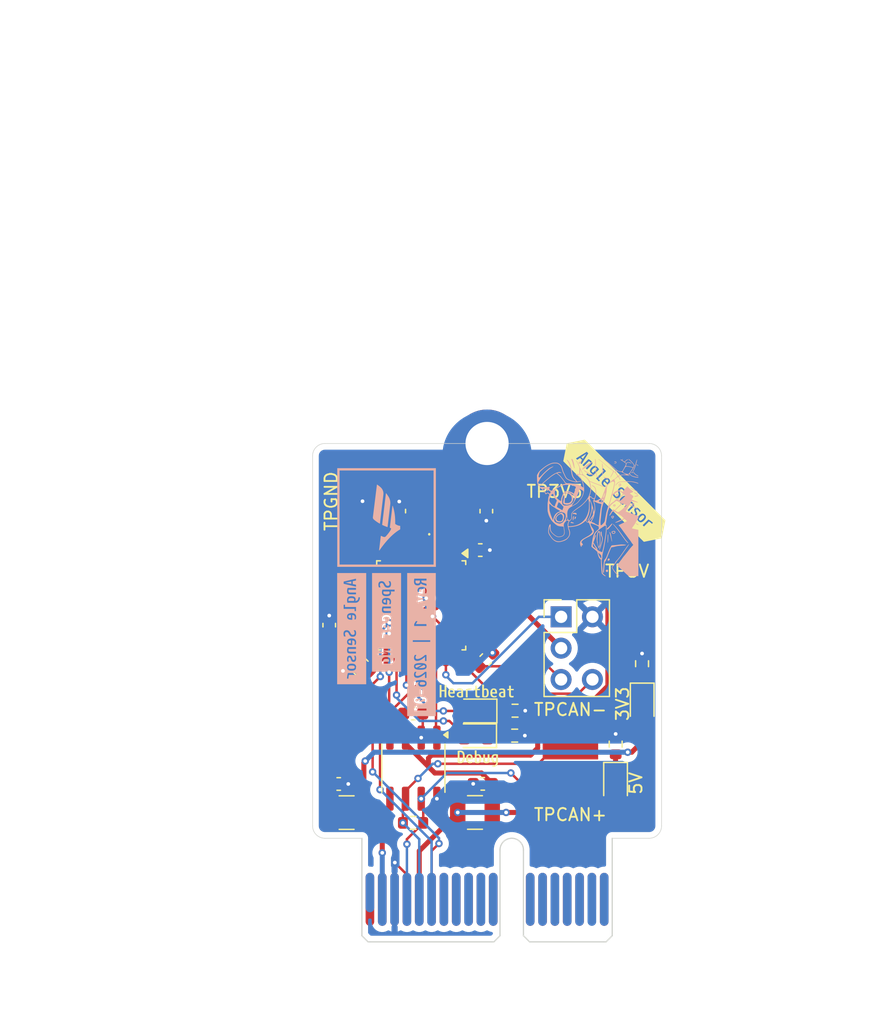
<source format=kicad_pcb>
(kicad_pcb (version 20241229) (generator "pcbnew") (generator_version "9.0")
  (layers (0 "F.Cu" jumper) (2 "B.Cu" signal) (13 "F.Paste" user) (15 "B.Paste" user) (5 "F.SilkS" user "F.Silkscreen") (7 "B.SilkS" user "B.Silkscreen") (1 "F.Mask" user) (3 "B.Mask" user) (25 "Edge.Cuts" user))
  (net 0 "")
  (net 1 "GND")
  (net 2 "+5V")
  (net 3 "Net-(U2-PF1-OSC_OUT)")
  (net 4 "+3V3")
  (net 5 "/NRST")
  (net 6 "Net-(U2-PF0-OSC_IN)")
  (net 7 "Net-(D3-A)")
  (net 8 "Net-(D3-K)")
  (net 9 "/SWDIO")
  (net 10 "/SWCLK")
  (net 11 "/CAN_+")
  (net 12 "/CAN_-")
  (net 13 "/CAN_RX")
  (net 14 "/CAN_TX")
  (net 15 "/Status_Signal_Input")
  (net 16 "/DEBUG_LED")
  (net 25 "/PWM_Input")
  (net 33 "/HEARTBEAT_LED")
  (net 34 "Net-(D1-K)")
  (net 35 "Net-(D2-K)")
  (net 65 "Net-(D4-A)")
  (net 66 "Net-(D4-K)")
  (footprint "OEM:C_0603_1608Metric" (layer "F.Cu") (at 116.699999 84.525 90)
    (property "Reference" "C6" (hide yes))
    (property "Value" "C_1uF_50V")
    (pad "1" smd roundrect (at -0.775 0 90) (size 0.9 0.95) (layers "F.Cu" "F.Mask" "F.Paste") (net 4 "+3V3"))
    (pad "2" smd roundrect (at 0.775 0 90) (size 0.9 0.95) (layers "F.Cu" "F.Mask" "F.Paste") (net 1 "GND"))
  )
  (footprint "OEM:R_0603_1608Metric" (layer "F.Cu") (at 142.07 87.65 90)
    (property "Reference" "R1" (hide yes))
    (property "Value" "R_1k")
    (pad "1" smd roundrect (at -0.825 0 90) (size 0.8 0.95) (layers "F.Cu" "F.Mask" "F.Paste") (net 8 "Net-(D3-K)"))
    (pad "2" smd roundrect (at 0.825 0 90) (size 0.8 0.95) (layers "F.Cu" "F.Mask" "F.Paste") (net 1 "GND"))
  )
  (footprint "OEM:D_0805_2012Metric" (layer "F.Cu") (at 139.92 97.34 -90)
    (property "Reference" "5V" (at 0 -1.65 90) (layer "F.SilkS"))
    (property "Value" "LED_WHITE")
    (pad "1" smd roundrect (at -0.937501 0 270) (size 0.975 1.4) (layers "F.Cu" "F.Mask" "F.Paste") (net 66 "Net-(D4-K)"))
    (pad "2" smd roundrect (at 0.937501 0 270) (size 0.975 1.4) (layers "F.Cu" "F.Mask" "F.Paste") (net 65 "Net-(D4-A)"))
  )
  (footprint "OEM:TP_Hook_SMD" (layer "F.Cu") (at 136.26 93.91 180)
    (property "Reference" "TPCAN-" (at 0 2.54 0) (layer "F.SilkS"))
    (property "Value" "TP_SMD")
    (pad "1" smd rect (at 0 0 180) (size 4.5 3) (layers "F.Cu" "F.Mask" "F.Paste") (net 12 "/CAN_-"))
  )
  (footprint "OEM:C_0603_1608Metric" (layer "F.Cu") (at 117.47 97.4)
    (property "Reference" "C10" (hide yes))
    (property "Value" "C_10uF_10V")
    (pad "1" smd roundrect (at -0.775 0) (size 0.9 0.95) (layers "F.Cu" "F.Mask" "F.Paste") (net 4 "+3V3"))
    (pad "2" smd roundrect (at 0.775 0) (size 0.9 0.95) (layers "F.Cu" "F.Mask" "F.Paste") (net 1 "GND"))
  )
  (footprint "OEM:LQFP-32_7x7mm_P0.8mm" (layer "F.Cu") (at 124.16 82.92 -90)
    (property "Reference" "U2" (hide yes))
    (property "Value" "STM32G441KBT6")
    (pad "1" smd roundrect (at -4.175 -2.8 270) (size 1.5 0.5) (layers "F.Cu" "F.Mask" "F.Paste") (net 4 "+3V3"))
    (pad "2" smd roundrect (at -4.175 -2 270) (size 1.5 0.5) (layers "F.Cu" "F.Mask" "F.Paste") (net 6 "Net-(U2-PF0-OSC_IN)"))
    (pad "3" smd roundrect (at -4.175 -1.2 270) (size 1.5 0.5) (layers "F.Cu" "F.Mask" "F.Paste") (net 3 "Net-(U2-PF1-OSC_OUT)"))
    (pad "4" smd roundrect (at -4.175 -0.4 270) (size 1.5 0.5) (layers "F.Cu" "F.Mask" "F.Paste") (net 5 "/NRST"))
    (pad "5" smd roundrect (at -4.175 0.4 270) (size 1.5 0.5) (layers "F.Cu" "F.Mask" "F.Paste") (net 25 "/PWM_Input"))
    (pad "6" smd roundrect (at -4.175 1.2 270) (size 1.5 0.5) (layers "F.Cu" "F.Mask" "F.Paste") (net 15 "/Status_Signal_Input"))
    (pad "7" smd roundrect (at -4.175 2 270) (size 1.5 0.5) (layers "F.Cu" "F.Mask" "F.Paste"))
    (pad "8" smd roundrect (at -4.175 2.8 270) (size 1.5 0.5) (layers "F.Cu" "F.Mask" "F.Paste"))
    (pad "9" smd roundrect (at -2.8 4.175 270) (size 0.5 1.5) (layers "F.Cu" "F.Mask" "F.Paste"))
    (pad "10" smd roundrect (at -2 4.175 270) (size 0.5 1.5) (layers "F.Cu" "F.Mask" "F.Paste"))
    (pad "11" smd roundrect (at -1.2 4.175 270) (size 0.5 1.5) (layers "F.Cu" "F.Mask" "F.Paste"))
    (pad "12" smd roundrect (at -0.4 4.175 270) (size 0.5 1.5) (layers "F.Cu" "F.Mask" "F.Paste"))
    (pad "13" smd roundrect (at 0.4 4.175 270) (size 0.5 1.5) (layers "F.Cu" "F.Mask" "F.Paste"))
    (pad "14" smd roundrect (at 1.2 4.175 270) (size 0.5 1.5) (layers "F.Cu" "F.Mask" "F.Paste") (net 1 "GND"))
    (pad "15" smd roundrect (at 2 4.175 270) (size 0.5 1.5) (layers "F.Cu" "F.Mask" "F.Paste") (net 4 "+3V3"))
    (pad "16" smd roundrect (at 2.8 4.175 270) (size 0.5 1.5) (layers "F.Cu" "F.Mask" "F.Paste") (net 1 "GND"))
    (pad "17" smd roundrect (at 4.175 2.8 270) (size 1.5 0.5) (layers "F.Cu" "F.Mask" "F.Paste") (net 4 "+3V3"))
    (pad "18" smd roundrect (at 4.175 2 270) (size 1.5 0.5) (layers "F.Cu" "F.Mask" "F.Paste") (net 16 "/DEBUG_LED"))
    (pad "19" smd roundrect (at 4.175 1.2 270) (size 1.5 0.5) (layers "F.Cu" "F.Mask" "F.Paste") (net 33 "/HEARTBEAT_LED"))
    (pad "20" smd roundrect (at 4.175 0.4 270) (size 1.5 0.5) (layers "F.Cu" "F.Mask" "F.Paste"))
    (pad "21" smd roundrect (at 4.175 -0.4 270) (size 1.5 0.5) (layers "F.Cu" "F.Mask" "F.Paste") (net 13 "/CAN_RX"))
    (pad "22" smd roundrect (at 4.175 -1.2 270) (size 1.5 0.5) (layers "F.Cu" "F.Mask" "F.Paste") (net 14 "/CAN_TX"))
    (pad "23" smd roundrect (at 4.175 -2 270) (size 1.5 0.5) (layers "F.Cu" "F.Mask" "F.Paste") (net 9 "/SWDIO"))
    (pad "24" smd roundrect (at 4.175 -2.8 270) (size 1.5 0.5) (layers "F.Cu" "F.Mask" "F.Paste") (net 10 "/SWCLK"))
    (pad "25" smd roundrect (at 2.8 -4.175 270) (size 0.5 1.5) (layers "F.Cu" "F.Mask" "F.Paste"))
    (pad "26" smd roundrect (at 2 -4.175 270) (size 0.5 1.5) (layers "F.Cu" "F.Mask" "F.Paste"))
    (pad "27" smd roundrect (at 1.2 -4.175 270) (size 0.5 1.5) (layers "F.Cu" "F.Mask" "F.Paste"))
    (pad "28" smd roundrect (at 0.4 -4.175 270) (size 0.5 1.5) (layers "F.Cu" "F.Mask" "F.Paste"))
    (pad "29" smd roundrect (at -0.4 -4.175 270) (size 0.5 1.5) (layers "F.Cu" "F.Mask" "F.Paste"))
    (pad "30" smd roundrect (at -1.2 -4.175 270) (size 0.5 1.5) (layers "F.Cu" "F.Mask" "F.Paste"))
    (pad "31" smd roundrect (at -2 -4.175 270) (size 0.5 1.5) (layers "F.Cu" "F.Mask" "F.Paste"))
    (pad "32" smd roundrect (at -2.8 -4.175 270) (size 0.5 1.5) (layers "F.Cu" "F.Mask" "F.Paste") (net 1 "GND"))
  )
  (footprint "OEM:J_PCIe_x1_Key" (layer "F.Cu") (at 120 106.75)
    (property "Reference" "J1" (hide yes))
    (property "Value" "J_PCIe_x1")
    (fp_line (start -0.65 -4.95) (end -0.65 2.95) (stroke (width 0.1)) (layer "Edge.Cuts"))
    (fp_line (start -0.65 2.95) (end -0.15 3.45) (stroke (width 0.1)) (layer "Edge.Cuts"))
    (fp_line (start -0.15 3.45) (end 10.05 3.45) (stroke (width 0.1)) (layer "Edge.Cuts"))
    (fp_line (start 10.55 -4) (end 10.55 2.95) (stroke (width 0.1)) (layer "Edge.Cuts"))
    (fp_line (start 10.55 2.95) (end 10.05 3.45) (stroke (width 0.1)) (layer "Edge.Cuts"))
    (fp_line (start 12.45 -4) (end 12.45 2.95) (stroke (width 0.1)) (layer "Edge.Cuts"))
    (fp_line (start 12.45 2.95) (end 12.95 3.45) (stroke (width 0.1)) (layer "Edge.Cuts"))
    (fp_line (start 12.95 3.45) (end 19.15 3.45) (stroke (width 0.1)) (layer "Edge.Cuts"))
    (fp_line (start 19.65 -4.95) (end 19.65 2.95) (stroke (width 0.1)) (layer "Edge.Cuts"))
    (fp_line (start 19.65 2.95) (end 19.15 3.45) (stroke (width 0.1)) (layer "Edge.Cuts"))
    (fp_arc (start 10.55 -4) (mid 11.5 -4.95) (end 12.45 -4) (stroke (width 0.1)) (layer "Edge.Cuts"))
    (pad "A1" connect oval (at 0 -0.55) (size 0.7 3.2) (layers "B.Cu" "B.Mask"))
    (pad "A2" connect oval (at 1 0) (size 0.7 4.3) (layers "B.Cu" "B.Mask") (net 7 "Net-(D3-A)"))
    (pad "A3" connect oval (at 2 0) (size 0.7 4.3) (layers "B.Cu" "B.Mask") (net 1 "GND"))
    (pad "A4" connect oval (at 3 0) (size 0.7 4.3) (layers "B.Cu" "B.Mask") (net 11 "/CAN_+"))
    (pad "A5" connect oval (at 4 0) (size 0.7 4.3) (layers "B.Cu" "B.Mask") (net 12 "/CAN_-"))
    (pad "A6" connect oval (at 5 0) (size 0.7 4.3) (layers "B.Cu" "B.Mask") (net 25 "/PWM_Input"))
    (pad "A7" connect oval (at 6 0) (size 0.7 4.3) (layers "B.Cu" "B.Mask"))
    (pad "A8" connect oval (at 7 0) (size 0.7 4.3) (layers "B.Cu" "B.Mask"))
    (pad "A9" connect oval (at 8 0) (size 0.7 4.3) (layers "B.Cu" "B.Mask"))
    (pad "A10" connect oval (at 9 0) (size 0.7 4.3) (layers "B.Cu" "B.Mask"))
    (pad "A11" connect oval (at 10 0) (size 0.7 4.3) (layers "B.Cu" "B.Mask"))
    (pad "A12" connect oval (at 13 0) (size 0.7 4.3) (layers "B.Cu" "B.Mask"))
    (pad "A13" connect oval (at 14 0) (size 0.7 4.3) (layers "B.Cu" "B.Mask"))
    (pad "A14" connect oval (at 15 0) (size 0.7 4.3) (layers "B.Cu" "B.Mask"))
    (pad "A15" connect oval (at 16 0) (size 0.7 4.3) (layers "B.Cu" "B.Mask"))
    (pad "A16" connect oval (at 17 0) (size 0.7 4.3) (layers "B.Cu" "B.Mask"))
    (pad "A17" connect oval (at 18 0) (size 0.7 4.3) (layers "B.Cu" "B.Mask"))
    (pad "A18" connect oval (at 19 0) (size 0.7 4.3) (layers "B.Cu" "B.Mask"))
    (pad "B1" connect oval (at 0 0) (size 0.7 4.3) (layers "F.Cu" "F.Mask"))
    (pad "B2" connect oval (at 1 0) (size 0.7 4.3) (layers "F.Cu" "F.Mask"))
    (pad "B3" connect oval (at 2 0) (size 0.7 4.3) (layers "F.Cu" "F.Mask"))
    (pad "B4" connect oval (at 3 0) (size 0.7 4.3) (layers "F.Cu" "F.Mask") (net 1 "GND"))
    (pad "B5" connect oval (at 4 0) (size 0.7 4.3) (layers "F.Cu" "F.Mask") (net 65 "Net-(D4-A)"))
    (pad "B6" connect oval (at 5 0) (size 0.7 4.3) (layers "F.Cu" "F.Mask") (net 15 "/Status_Signal_Input"))
    (pad "B7" connect oval (at 6 0) (size 0.7 4.3) (layers "F.Cu" "F.Mask"))
    (pad "B8" connect oval (at 7 0) (size 0.7 4.3) (layers "F.Cu" "F.Mask"))
    (pad "B9" connect oval (at 8 0) (size 0.7 4.3) (layers "F.Cu" "F.Mask"))
    (pad "B10" connect oval (at 9 0) (size 0.7 4.3) (layers "F.Cu" "F.Mask"))
    (pad "B11" connect oval (at 10 0) (size 0.7 4.3) (layers "F.Cu" "F.Mask"))
    (pad "B12" connect oval (at 13 0) (size 0.7 4.3) (layers "F.Cu" "F.Mask"))
    (pad "B13" connect oval (at 14 0) (size 0.7 4.3) (layers "F.Cu" "F.Mask"))
    (pad "B14" connect oval (at 15 0) (size 0.7 4.3) (layers "F.Cu" "F.Mask"))
    (pad "B15" connect oval (at 16 0) (size 0.7 4.3) (layers "F.Cu" "F.Mask"))
    (pad "B16" connect oval (at 17 0) (size 0.7 4.3) (layers "F.Cu" "F.Mask"))
    (pad "B17" connect oval (at 18 -0.55) (size 0.7 3.2) (layers "F.Cu" "F.Mask"))
    (pad "B18" connect oval (at 19 0) (size 0.7 4.3) (layers "F.Cu" "F.Mask"))
  )
  (footprint "OEM:D_0805_2012Metric" (layer "F.Cu") (at 142.08 90.91 -90)
    (property "Reference" "3V3" (at -0.01 1.59 90) (layer "F.SilkS"))
    (property "Value" "LED_WHITE")
    (pad "1" smd roundrect (at -0.937501 0 270) (size 0.975 1.4) (layers "F.Cu" "F.Mask" "F.Paste") (net 8 "Net-(D3-K)"))
    (pad "2" smd roundrect (at 0.937501 0 270) (size 0.975 1.4) (layers "F.Cu" "F.Mask" "F.Paste") (net 7 "Net-(D3-A)"))
  )
  (footprint "OEM:FA238160000MBC0 (X_16MHz_18pF_SMD - FA-238_16.0000MB-C0)" (layer "F.Cu") (at 125.91 75.31)
    (property "Reference" "Y1" (hide yes))
    (property "Value" "X_16MHz_18pF" (hide yes))
    (pad "1" smd rect (at -1.1 0.8 90) (size 1.2 1.4) (layers "F.Cu" "F.Mask" "F.Paste") (net 3 "Net-(U2-PF1-OSC_OUT)"))
    (pad "2" smd rect (at 1.1 0.8 90) (size 1.2 1.4) (layers "F.Cu" "F.Mask" "F.Paste") (net 1 "GND"))
    (pad "3" smd rect (at 1.1 -0.8 90) (size 1.2 1.4) (layers "F.Cu" "F.Mask" "F.Paste") (net 6 "Net-(U2-PF0-OSC_IN)"))
    (pad "4" smd rect (at -1.1 -0.8 90) (size 1.2 1.4) (layers "F.Cu" "F.Mask" "F.Paste") (net 1 "GND"))
  )
  (footprint "OEM:R_0603_1608Metric" (layer "F.Cu") (at 131.769999 91.46)
    (property "Reference" "R4" (hide yes))
    (property "Value" "R_1k")
    (pad "1" smd roundrect (at -0.825 0) (size 0.8 0.95) (layers "F.Cu" "F.Mask" "F.Paste") (net 35 "Net-(D2-K)"))
    (pad "2" smd roundrect (at 0.825 0) (size 0.8 0.95) (layers "F.Cu" "F.Mask" "F.Paste") (net 1 "GND"))
  )
  (footprint "OEM:C_0603_1608Metric" (layer "F.Cu") (at 129.15 97.39 180)
    (property "Reference" "C11" (hide yes))
    (property "Value" "C_10uF_10V")
    (pad "1" smd roundrect (at -0.775 0 180) (size 0.9 0.95) (layers "F.Cu" "F.Mask" "F.Paste") (net 2 "+5V"))
    (pad "2" smd roundrect (at 0.775 0 180) (size 0.9 0.95) (layers "F.Cu" "F.Mask" "F.Paste") (net 1 "GND"))
  )
  (footprint "kibuzzard-697FF4A8" (layer "F.Cu") (at 139.82 73.63 -45)
    (property "Reference" "kibuzzard-697FF4A8" (hide yes))
    (property "Value" "G***" (hide yes))
  )
  (footprint "OEM:H_MountingHole" (layer "F.Cu") (at 129.5 69.784)
    (property "Reference" "H1" (hide yes))
    (property "Value" "H_MountingHole" (hide yes))
    (pad "1" thru_hole circle (at 0 0.016) (size 5.499999 5.499999) (drill 3.500001) (layers "*.Cu" "*.Mask") (net 1 "GND"))
    (pad "1" smd circle (at 0 1.016) (size 7.249998 7.249998) (layers "B.Cu" "B.Mask") (net 1 "GND"))
  )
  (footprint "OEM:C_0603_1608Metric" (layer "F.Cu") (at 128.95 78.44)
    (property "Reference" "C4" (hide yes))
    (property "Value" "C_0.1uF_50V")
    (pad "1" smd roundrect (at -0.775 0) (size 0.9 0.95) (layers "F.Cu" "F.Mask" "F.Paste") (net 4 "+3V3"))
    (pad "2" smd roundrect (at 0.775 0) (size 0.9 0.95) (layers "F.Cu" "F.Mask" "F.Paste") (net 1 "GND"))
  )
  (footprint "OEM:C_0603_1608Metric" (layer "F.Cu") (at 129.39 87.31 45)
    (property "Reference" "C8" (hide yes))
    (property "Value" "C_0.1uF_50V")
    (pad "1" smd roundrect (at -0.775 0 45) (size 0.9 0.95) (layers "F.Cu" "F.Mask" "F.Paste") (net 5 "/NRST"))
    (pad "2" smd roundrect (at 0.775 0 45) (size 0.9 0.95) (layers "F.Cu" "F.Mask" "F.Paste") (net 1 "GND"))
  )
  (footprint "OEM:R_0603_1608Metric" (layer "F.Cu") (at 123.500001 100.549997)
    (property "Reference" "R2" (hide yes))
    (property "Value" "R_120")
    (pad "1" smd roundrect (at -0.825 0) (size 0.8 0.95) (layers "F.Cu" "F.Mask" "F.Paste") (net 12 "/CAN_-"))
    (pad "2" smd roundrect (at 0.825 0) (size 0.8 0.95) (layers "F.Cu" "F.Mask" "F.Paste") (net 11 "/CAN_+"))
  )
  (footprint "OEM:J_Programming_Pin_Header_Keyed" (layer "F.Cu") (at 135.505 83.85)
    (property "Reference" "J2" (hide yes))
    (property "Value" "J_Programming_Pin_Header")
    (pad "1" thru_hole rect (at 0 0) (size 1.7 1.7) (drill 1) (layers "*.Cu" "*.Mask") (net 9 "/SWDIO"))
    (pad "2" thru_hole circle (at 2.54 0) (size 1.7 1.7) (drill 1) (layers "*.Cu" "*.Mask") (net 1 "GND"))
    (pad "3" thru_hole circle (at 0 2.54) (size 1.7 1.7) (drill 1) (layers "*.Cu" "*.Mask") (net 4 "+3V3"))
    (pad "4" thru_hole circle (at 0 5.079999) (size 1.7 1.7) (drill 1) (layers "*.Cu" "*.Mask") (net 5 "/NRST"))
    (pad "5" thru_hole circle (at 2.54 5.08) (size 1.7 1.7) (drill 1) (layers "*.Cu" "*.Mask") (net 10 "/SWCLK"))
  )
  (footprint "OEM:TP_Hook_SMD" (layer "F.Cu") (at 136.26 97.35)
    (property "Reference" "TPCAN+" (at 0 2.54 0) (layer "F.SilkS"))
    (property "Value" "TP_SMD")
    (pad "1" smd rect (at 0 0) (size 4.5 3) (layers "F.Cu" "F.Mask" "F.Paste") (net 11 "/CAN_+"))
  )
  (footprint "OEM:C_0603_1608Metric" (layer "F.Cu") (at 123.510002 91.689995)
    (property "Reference" "C1" (hide yes))
    (property "Value" "C_0.1uF_16V")
    (pad "1" smd roundrect (at -0.775 0) (size 0.9 0.95) (layers "F.Cu" "F.Mask" "F.Paste") (net 2 "+5V"))
    (pad "2" smd roundrect (at 0.775 0) (size 0.9 0.95) (layers "F.Cu" "F.Mask" "F.Paste") (net 1 "GND"))
  )
  (footprint "OEM:D_0805_2012Metric" (layer "F.Cu") (at 128.58 93.49 180)
    (property "Reference" "D1" (hide yes))
    (property "Value" "LED_AMBER")
    (pad "1" smd roundrect (at -0.937501 0 180) (size 0.975 1.4) (layers "F.Cu" "F.Mask" "F.Paste") (net 34 "Net-(D1-K)"))
    (pad "2" smd roundrect (at 0.937501 0 180) (size 0.975 1.4) (layers "F.Cu" "F.Mask" "F.Paste") (net 16 "/DEBUG_LED"))
  )
  (footprint "OEM:TP_Hook_SMD" (layer "F.Cu") (at 119.4 74.48 -90)
    (property "Reference" "TPGND" (at 0 2.54 90) (layer "F.SilkS"))
    (property "Value" "TP_SMD")
    (pad "1" smd rect (at 0 0 270) (size 4.5 3) (layers "F.Cu" "F.Mask" "F.Paste") (net 1 "GND"))
  )
  (footprint "OEM:C_0603_1608Metric" (layer "F.Cu") (at 118.359999 88.78 135)
    (property "Reference" "C3" (hide yes))
    (property "Value" "C_4.7uF_25V")
    (pad "1" smd roundrect (at -0.775 0 135) (size 0.9 0.95) (layers "F.Cu" "F.Mask" "F.Paste") (net 4 "+3V3"))
    (pad "2" smd roundrect (at 0.775 0 135) (size 0.9 0.95) (layers "F.Cu" "F.Mask" "F.Paste") (net 1 "GND"))
  )
  (footprint "OEM:TP_Hook_SMD" (layer "F.Cu") (at 136.55 80.11 180)
    (property "Reference" "TP5V" (at -4.31 -0.04 0) (layer "F.SilkS"))
    (property "Value" "TP_SMD")
    (pad "1" smd rect (at 0 0 180) (size 4.5 3) (layers "F.Cu" "F.Mask" "F.Paste") (net 2 "+5V"))
  )
  (footprint "OEM:C_0603_1608Metric" (layer "F.Cu") (at 129.439999 75.285 -90)
    (property "Reference" "C9" (hide yes))
    (property "Value" "C_30pF_50V")
    (pad "1" smd roundrect (at -0.775 0 270) (size 0.9 0.95) (layers "F.Cu" "F.Mask" "F.Paste") (net 6 "Net-(U2-PF0-OSC_IN)"))
    (pad "2" smd roundrect (at 0.775 0 270) (size 0.9 0.95) (layers "F.Cu" "F.Mask" "F.Paste") (net 1 "GND"))
  )
  (footprint "OEM:Fuse_1210_3225Metric" (layer "F.Cu") (at 118.11 99.72)
    (property "Reference" "F1" (hide yes))
    (property "Value" "F_500mA_16V")
    (pad "1" smd roundrect (at -1.4 0) (size 1.25 2.65) (layers "F.Cu" "F.Mask" "F.Paste") (roundrect_rratio 0.2) (net 4 "+3V3"))
    (pad "2" smd roundrect (at 1.4 0) (size 1.25 2.65) (layers "F.Cu" "F.Mask" "F.Paste") (roundrect_rratio 0.2) (net 7 "Net-(D3-A)"))
  )
  (footprint "OEM:R_0603_1608Metric" (layer "F.Cu") (at 139.93 94.17 90)
    (property "Reference" "R5" (hide yes))
    (property "Value" "R_1k")
    (pad "1" smd roundrect (at -0.825 0 90) (size 0.8 0.95) (layers "F.Cu" "F.Mask" "F.Paste") (net 66 "Net-(D4-K)"))
    (pad "2" smd roundrect (at 0.825 0 90) (size 0.8 0.95) (layers "F.Cu" "F.Mask" "F.Paste") (net 1 "GND"))
  )
  (footprint "OEM:Fuse_1210_3225Metric" (layer "F.Cu") (at 128.52 99.71 180)
    (property "Reference" "F2" (hide yes))
    (property "Value" "F_500mA_16V")
    (pad "1" smd roundrect (at -1.399999 0 180) (size 1.25 2.65) (layers "F.Cu" "F.Mask" "F.Paste") (roundrect_rratio 0.2) (net 2 "+5V"))
    (pad "2" smd roundrect (at 1.399999 0 180) (size 1.25 2.65) (layers "F.Cu" "F.Mask" "F.Paste") (roundrect_rratio 0.2) (net 65 "Net-(D4-A)"))
  )
  (footprint "OEM:R_0603_1608Metric" (layer "F.Cu") (at 131.739999 93.48)
    (property "Reference" "R3" (hide yes))
    (property "Value" "R_1k")
    (pad "1" smd roundrect (at -0.825 0) (size 0.8 0.95) (layers "F.Cu" "F.Mask" "F.Paste") (net 34 "Net-(D1-K)"))
    (pad "2" smd roundrect (at 0.825 0) (size 0.8 0.95) (layers "F.Cu" "F.Mask" "F.Paste") (net 1 "GND"))
  )
  (footprint "kibuzzard-697FF3E2" (layer "F.Cu") (at 128.659999 89.87)
    (property "Reference" "kibuzzard-697FF3E2" (hide yes))
    (property "Value" "G***" (hide yes))
  )
  (footprint "kibuzzard-697FF3F7" (layer "F.Cu") (at 128.749999 95.35)
    (property "Reference" "kibuzzard-697FF3F7" (hide yes))
    (property "Value" "G***" (hide yes))
  )
  (footprint "OEM:C_0603_1608Metric" (layer "F.Cu") (at 122.38 75.28 90)
    (property "Reference" "C2" (hide yes))
    (property "Value" "C_30pF_50V")
    (pad "1" smd roundrect (at -0.775 0 90) (size 0.9 0.95) (layers "F.Cu" "F.Mask" "F.Paste") (net 3 "Net-(U2-PF1-OSC_OUT)"))
    (pad "2" smd roundrect (at 0.775 0 90) (size 0.9 0.95) (layers "F.Cu" "F.Mask" "F.Paste") (net 1 "GND"))
  )
  (footprint "OEM:C_0603_1608Metric" (layer "F.Cu") (at 119.389998 87.71 135)
    (property "Reference" "C5" (hide yes))
    (property "Value" "C_0.1uF_50V")
    (pad "1" smd roundrect (at -0.775 0 135) (size 0.9 0.95) (layers "F.Cu" "F.Mask" "F.Paste") (net 4 "+3V3"))
    (pad "2" smd roundrect (at 0.775 0 135) (size 0.9 0.95) (layers "F.Cu" "F.Mask" "F.Paste") (net 1 "GND"))
  )
  (footprint "OEM:D_0805_2012Metric" (layer "F.Cu") (at 128.61 91.48 180)
    (property "Reference" "D2" (hide yes))
    (property "Value" "LED_WHITE")
    (pad "1" smd roundrect (at -0.937501 0 180) (size 0.975 1.4) (layers "F.Cu" "F.Mask" "F.Paste") (net 35 "Net-(D2-K)"))
    (pad "2" smd roundrect (at 0.937501 0 180) (size 0.975 1.4) (layers "F.Cu" "F.Mask" "F.Paste") (net 33 "/HEARTBEAT_LED"))
  )
  (footprint "OEM:C_0603_1608Metric" (layer "F.Cu") (at 118.21 84.515 90)
    (property "Reference" "C7" (hide yes))
    (property "Value" "C_10nF_50V")
    (pad "1" smd roundrect (at -0.775 0 90) (size 0.9 0.95) (layers "F.Cu" "F.Mask" "F.Paste") (net 4 "+3V3"))
    (pad "2" smd roundrect (at 0.775 0 90) (size 0.9 0.95) (layers "F.Cu" "F.Mask" "F.Paste") (net 1 "GND"))
  )
  (footprint "OEM:TP_Hook_SMD" (layer "F.Cu") (at 136.55 76.110001 180)
    (property "Reference" "TP3V3" (at 1.58 2.420001 0) (layer "F.SilkS"))
    (property "Value" "TP_SMD")
    (pad "1" smd rect (at 0 0 180) (size 4.5 3) (layers "F.Cu" "F.Mask" "F.Paste") (net 4 "+3V3"))
  )
  (footprint "OEM:SOIC-8_3.9x4.9mm_P1.27mm" (layer "F.Cu") (at 123.525 96.12 -90)
    (property "Reference" "U3" (hide yes))
    (property "Value" "MCP2561-E_SN")
    (pad "1" smd roundrect (at -2.475 -1.905 270) (size 1.95 0.6) (layers "F.Cu" "F.Mask" "F.Paste") (net 14 "/CAN_TX"))
    (pad "2" smd roundrect (at -2.475 -0.635 270) (size 1.95 0.6) (layers "F.Cu" "F.Mask" "F.Paste") (net 1 "GND"))
    (pad "3" smd roundrect (at -2.475 0.635 270) (size 1.95 0.6) (layers "F.Cu" "F.Mask" "F.Paste") (net 2 "+5V"))
    (pad "4" smd roundrect (at -2.475 1.905 270) (size 1.95 0.6) (layers "F.Cu" "F.Mask" "F.Paste") (net 13 "/CAN_RX"))
    (pad "5" smd roundrect (at 2.475 1.905 270) (size 1.95 0.6) (layers "F.Cu" "F.Mask" "F.Paste"))
    (pad "6" smd roundrect (at 2.475 0.635 270) (size 1.95 0.6) (layers "F.Cu" "F.Mask" "F.Paste") (net 12 "/CAN_-"))
    (pad "7" smd roundrect (at 2.475 -0.635 270) (size 1.95 0.6) (layers "F.Cu" "F.Mask" "F.Paste") (net 11 "/CAN_+"))
    (pad "8" smd roundrect (at 2.475 -1.905 270) (size 1.95 0.6) (layers "F.Cu" "F.Mask" "F.Paste") (net 1 "GND"))
  )
  (footprint "kibuzzard-697FF82D" (layer "B.Cu") (at 121.35 84.3 -90)
    (property "Reference" "kibuzzard-697FF82D" (hide yes))
    (property "Value" "G***" (hide yes))
  )
  (footprint "kibuzzard-697FF7D3" (layer "B.Cu") (at 118.52 84.808 -90)
    (property "Reference" "kibuzzard-697FF7D3" (hide yes))
    (property "Value" "G***" (hide yes))
  )
  (footprint "OEM:OEM_Logo_8mm" (layer "B.Cu") (at 121.35 75.8 -90)
    (property "Reference" "REF**" (hide yes))
    (property "Value" "OEM_Logo_8mm")
  )
  (footprint "kibuzzard-697FF937" (layer "B.Cu") (at 124.1825 86.1 -90)
    (property "Reference" "kibuzzard-697FF937" (hide yes))
    (property "Value" "G***" (hide yes))
  )
  (footprint "LOGO" (layer "B.Cu") (at 137.65 75.8 -90)
    (property "Reference" "G***" (hide yes))
    (property "Value" "LOGO" (hide yes))
  )
  (gr_line (start 119.35 101.8) (end 116.35 101.8) (stroke (width 0.05)) (layer "Edge.Cuts"))
  (gr_arc (start 142.65 69.8) (mid 143.357107 70.092893) (end 143.65 70.8) (stroke (width 0.05)) (layer "Edge.Cuts"))
  (gr_line (start 143.65 100.8) (end 143.65 70.8) (stroke (width 0.05)) (layer "Edge.Cuts"))
  (gr_line (start 139.65 101.8) (end 142.65 101.8) (stroke (width 0.05)) (layer "Edge.Cuts"))
  (gr_arc (start 115.35 70.8) (mid 115.642893 70.092893) (end 116.35 69.8) (stroke (width 0.05)) (layer "Edge.Cuts"))
  (gr_line (start 115.35 100.8) (end 115.35 70.8) (stroke (width 0.05)) (layer "Edge.Cuts"))
  (gr_line (start 142.65 69.8) (end 116.35 69.8) (stroke (width 0.05)) (layer "Edge.Cuts"))
  (gr_arc (start 143.65 100.8) (mid 143.357107 101.507107) (end 142.65 101.8) (stroke (width 0.05)) (layer "Edge.Cuts"))
  (gr_arc (start 116.35 101.8) (mid 115.642893 101.507107) (end 115.35 100.8) (stroke (width 0.05)) (layer "Edge.Cuts"))
  (segment (start 122.38 74.505) (end 124.805 74.505) (width 0.2) (layer "F.Cu") (net 1))
  (segment (start 127.059998 76.06) (end 127.01 76.11) (width 0.2) (layer "F.Cu") (net 1))
  (segment (start 129.725 78.44) (end 129.724999 78.44) (width 0.2) (layer "F.Cu") (net 1))
  (segment (start 124.285002 93.519998) (end 124.16 93.645) (width 0.2) (layer "F.Cu") (net 1))
  (segment (start 123 106.75) (end 123 104.75) (width 0.2) (layer "F.Cu") (net 1))
  (segment (start 118.589999 84.12) (end 119.984999 84.12) (width 0.2) (layer "F.Cu") (net 1))
  (segment (start 124.805 74.505) (end 124.81 74.51) (width 0.2) (layer "F.Cu") (net 1))
  (segment (start 117.811991 88.231992) (end 117.811992 88.231992) (width 0.2) (layer "F.Cu") (net 1))
  (segment (start 116.699999 83.75) (end 116.7 83.75) (width 0.2) (layer "F.Cu") (net 1))
  (segment (start 118.209999 83.74) (end 118.589999 84.12) (width 0.2) (layer "F.Cu") (net 1))
  (segment (start 129.724999 78.73) (end 129.724999 78.44) (width 0.2) (layer "F.Cu") (net 1))
  (segment (start 116.7 83.75) (end 118.199999 83.75) (width 0.2) (layer "F.Cu") (net 1))
  (segment (start 129.44 76.06) (end 127.059998 76.06) (width 0.2) (layer "F.Cu") (net 1))
  (segment (start 119.984999 86.018984) (end 118.841991 87.161992) (width 0.2) (layer "F.Cu") (net 1))
  (segment (start 123 104.75) (end 122.02 103.77) (width 0.2) (layer "F.Cu") (net 1))
  (segment (start 118.841992 87.201992) (end 117.811992 88.231992) (width 0.2) (layer "F.Cu") (net 1))
  (segment (start 118.841991 87.161992) (end 118.841992 87.201992) (width 0.2) (layer "F.Cu") (net 1))
  (segment (start 124.285002 91.689995) (end 124.285002 93.519998) (width 0.2) (layer "F.Cu") (net 1))
  (segment (start 119.984998 85.72) (end 119.984999 86.018984) (width 0.2) (layer "F.Cu") (net 1))
  (segment (start 124.16 93.645) (end 124.160003 93.644996) (width 0.2) (layer "F.Cu") (net 1))
  (segment (start 118.199999 83.75) (end 118.209999 83.74) (width 0.2) (layer "F.Cu") (net 1))
  (segment (start 128.334999 80.12) (end 129.724999 78.73) (width 0.2) (layer "F.Cu") (net 1))
  (via (at 129.44 76.06) (size 0.6) (drill 0.3) (layers "F.Cu" "B.Cu") (net 1))
  (via (at 118.245 97.4) (size 0.6) (drill 0.3) (layers "F.Cu" "B.Cu") (net 1))
  (via (at 139.93 93.345) (size 0.6) (drill 0.3) (layers "F.Cu" "B.Cu") (net 1))
  (via (at 119.4 74.48) (size 0.6) (drill 0.3) (layers "F.Cu" "B.Cu") (net 1))
  (via (at 122.38 74.505) (size 0.6) (drill 0.3) (layers "F.Cu" "B.Cu") (net 1))
  (via (at 132.594999 91.46) (size 0.6) (drill 0.3) (layers "F.Cu" "B.Cu") (net 1))
  (via (at 116.7 83.75) (size 0.6) (drill 0.3) (layers "F.Cu" "B.Cu") (net 1))
  (via (at 129.724999 78.44) (size 0.6) (drill 0.3) (layers "F.Cu" "B.Cu") (net 1))
  (via (at 122.02 103.77) (size 0.6) (drill 0.3) (layers "F.Cu" "B.Cu") (net 1))
  (via (at 128.375 97.39) (size 0.6) (drill 0.3) (layers "F.Cu" "B.Cu") (net 1))
  (via (at 125.43 98.595) (size 0.6) (drill 0.3) (layers "F.Cu" "B.Cu") (net 1))
  (via (at 142.07 86.825) (size 0.6) (drill 0.3) (layers "F.Cu" "B.Cu") (net 1))
  (via (at 117.811992 88.231992) (size 0.6) (drill 0.3) (layers "F.Cu" "B.Cu") (net 1))
  (via (at 124.16 93.645) (size 0.6) (drill 0.3) (layers "F.Cu" "B.Cu") (net 1))
  (via (at 129.938008 86.761992) (size 0.6) (drill 0.3) (layers "F.Cu" "B.Cu") (net 1))
  (via (at 132.564999 93.48) (size 0.6) (drill 0.3) (layers "F.Cu" "B.Cu") (net 1))
  (segment (start 124.746043 95.993957) (end 122.89 94.137914) (width 0.4064) (layer "F.Cu") (net 2))
  (segment (start 129.919999 97.395001) (end 129.925 97.39) (width 0.4064) (layer "F.Cu") (net 2))
  (segment (start 129.0458 96.5108) (end 125.262886 96.5108) (width 0.4064) (layer "F.Cu") (net 2))
  (segment (start 134.1116 91.5) (end 137.248707 91.5) (width 0.4064) (layer "F.Cu") (net 2))
  (segment (start 125.262886 96.5108) (end 124.746043 95.993957) (width 0.4064) (layer "F.Cu") (net 2))
  (segment (start 129.919999 99.71) (end 129.919999 97.395001) (width 0.4064) (layer "F.Cu") (net 2))
  (segment (start 122.89 94.137914) (end 122.89 93.645) (width 0.4064) (layer "F.Cu") (net 2))
  (segment (start 124.746043 95.993957) (end 124.746043 95.313957) (width 0.4064) (layer "F.Cu") (net 2))
  (segment (start 124.746043 95.313957) (end 125.002063 95.057937) (width 0.4064) (layer "F.Cu") (net 2))
  (segment (start 129.925 97.39) (end 129.0458 96.5108) (width 0.4064) (layer "F.Cu") (net 2))
  (segment (start 122.734999 93.489996) (end 122.890003 93.644996) (width 0.4064) (layer "F.Cu") (net 2))
  (segment (start 133.032063 95.057937) (end 133.6058 94.4842) (width 0.4064) (layer "F.Cu") (net 2))
  (segment (start 133.6058 94.4842) (end 133.6058 92.0058) (width 0.4064) (layer "F.Cu") (net 2))
  (segment (start 133.6058 92.0058) (end 134.1116 91.5) (width 0.4064) (layer "F.Cu") (net 2))
  (segment (start 139.2992 82.8592) (end 136.55 80.11) (width 0.4064) (layer "F.Cu") (net 2))
  (segment (start 122.734998 91.69) (end 122.734999 93.489996) (width 0.4064) (layer "F.Cu") (net 2))
  (segment (start 137.248707 91.5) (end 139.2992 89.449507) (width 0.4064) (layer "F.Cu") (net 2))
  (segment (start 139.2992 89.449507) (end 139.2992 82.8592) (width 0.4064) (layer "F.Cu") (net 2))
  (segment (start 125.002063 95.057937) (end 133.032063 95.057937) (width 0.4064) (layer "F.Cu") (net 2))
  (segment (start 125.359999 78.745) (end 125.359999 76.66) (width 0.2) (layer "F.Cu") (net 3))
  (segment (start 124.81 76.11) (end 122.434999 76.11) (width 0.2) (layer "F.Cu") (net 3))
  (segment (start 125.359999 76.66) (end 124.81 76.11) (width 0.2) (layer "F.Cu") (net 3))
  (segment (start 122.434999 76.11) (end 122.379999 76.055) (width 0.2) (layer "F.Cu") (net 3))
  (segment (start 128.175 78.44) (end 128.174999 78.44) (width 0.2) (layer "F.Cu") (net 4))
  (segment (start 116.71 99.72) (end 116.71 97.415) (width 0.4064) (layer "F.Cu") (net 4))
  (segment (start 116.695 91.541015) (end 116.699999 91.536016) (width 0.4064) (layer "F.Cu") (net 4))
  (segment (start 131.114292 78.458234) (end 131.114292 81.999292) (width 0.4064) (layer "F.Cu") (net 4))
  (segment (start 121.359999 87.095) (end 121.101015 87.095) (width 0.4064) (layer "F.Cu") (net 4))
  (segment (start 121.36 86.394548) (end 121.36 87.095) (width 0.4064) (layer "F.Cu") (net 4))
  (segment (start 116.699998 85.3) (end 118.199999 85.3) (width 0.4064) (layer "F.Cu") (net 4))
  (segment (start 130.216858 77.5608) (end 129.0542 77.5608) (width 0.4064) (layer "F.Cu") (net 4))
  (segment (start 118.908008 89.288008) (end 119.938008 88.258008) (width 0.4064) (layer "F.Cu") (net 4))
  (segment (start 125.368469 83.112579) (end 124.641969 83.112579) (width 0.4064) (layer "F.Cu") (net 4))
  (segment (start 126.96 78.745) (end 126.96 81.521048) (width 0.4064) (layer "F.Cu") (net 4))
  (segment (start 129.0542 77.5608) (end 128.175 78.44) (width 0.4064) (layer "F.Cu") (net 4))
  (segment (start 118.579999 84.92) (end 119.984999 84.92) (width 0.4064) (layer "F.Cu") (net 4))
  (segment (start 118.209999 85.29) (end 118.579999 84.92) (width 0.4064) (layer "F.Cu") (net 4))
  (segment (start 119.939999 84.965) (end 119.984999 84.92) (width 0.4064) (layer "F.Cu") (net 4))
  (segment (start 133.509999 76.110001) (end 136.55 76.110001) (width 0.4064) (layer "F.Cu") (net 4))
  (segment (start 127.264999 78.44) (end 126.959999 78.745) (width 0.4064) (layer "F.Cu") (net 4))
  (segment (start 128.174999 78.44) (end 127.264999 78.44) (width 0.4064) (layer "F.Cu") (net 4))
  (segment (start 116.695 91.541015) (end 118.908007 89.328008) (width 0.4064) (layer "F.Cu") (net 4))
  (segment (start 124.641969 83.112579) (end 121.36 86.394548) (width 0.4064) (layer "F.Cu") (net 4))
  (segment (start 116.699999 91.536016) (end 116.699999 85.3) (width 0.4064) (layer "F.Cu") (net 4))
  (segment (start 118.199999 85.3) (end 118.209999 85.29) (width 0.4064) (layer "F.Cu") (net 4))
  (segment (start 131.114292 81.999292) (end 135.505 86.39) (width 0.4064) (layer "F.Cu") (net 4))
  (segment (start 126.96 81.521048) (end 125.368469 83.112579) (width 0.4064) (layer "F.Cu") (net 4))
  (segment (start 130.216858 77.5608) (end 132.0592 77.5608) (width 0.4064) (layer "F.Cu") (net 4))
  (segment (start 116.695 97.4) (end 116.695 91.541015) (width 0.4064) (layer "F.Cu") (net 4))
  (segment (start 116.71 97.415) (end 116.695 97.4) (width 0.4064) (layer "F.Cu") (net 4))
  (segment (start 118.908007 89.328008) (end 118.908008 89.288008) (width 0.4064) (layer "F.Cu") (net 4))
  (segment (start 121.101015 87.095) (end 119.938008 88.258008) (width 0.4064) (layer "F.Cu") (net 4))
  (segment (start 131.114292 78.458234) (end 130.216858 77.5608) (width 0.4064) (layer "F.Cu") (net 4))
  (segment (start 132.0592 77.5608) (end 133.509999 76.110001) (width 0.4064) (layer "F.Cu") (net 4))
  (segment (start 134.433009 87.858008) (end 128.841992 87.858008) (width 0.2) (layer "F.Cu") (net 5))
  (segment (start 124.56 78.745) (end 124.56 82.38) (width 0.2) (layer "F.Cu") (net 5))
  (segment (start 125.075861 83.816779) (end 125.036779 83.777697) (width 0.2) (layer "F.Cu") (net 5))
  (segment (start 125.036779 83.776779) (end 124.97 83.71) (width 0.2) (layer "F.Cu") (net 5))
  (segment (start 125.036779 83.777697) (end 125.036779 83.776779) (width 0.2) (layer "F.Cu") (net 5))
  (segment (start 128.841992 87.858008) (end 128.841992 87.581992) (width 0.2) (layer "F.Cu") (net 5))
  (segment (start 124.56 82.344606) (end 124.56 82.38) (width 0.2) (layer "F.Cu") (net 5))
  (segment (start 125.076779 83.816779) (end 125.075861 83.816779) (width 0.2) (layer "F.Cu") (net 5))
  (segment (start 135.505 88.929999) (end 134.433009 87.858008) (width 0.2) (layer "F.Cu") (net 5))
  (segment (start 128.841992 87.581992) (end 125.076779 83.816779) (width 0.2) (layer "F.Cu") (net 5))
  (via (at 125.076779 83.816779) (size 0.6) (drill 0.3) (layers "F.Cu" "B.Cu") (net 5))
  (via (at 124.56 82.344606) (size 0.6) (drill 0.3) (layers "F.Cu" "B.Cu") (net 5))
  (segment (start 124.56 82.344606) (end 124.56 83.3) (width 0.2) (layer "B.Cu") (net 5))
  (segment (start 124.56 83.3) (end 125.076779 83.816779) (width 0.2) (layer "B.Cu") (net 5))
  (segment (start 125.91 75.4) (end 126.799999 74.51) (width 0.2) (layer "F.Cu") (net 6))
  (segment (start 126.159999 78.744999) (end 125.91 78.495) (width 0.2) (layer "F.Cu") (net 6))
  (segment (start 125.91 78.495) (end 125.91 75.4) (width 0.2) (layer "F.Cu") (net 6))
  (segment (start 126.799999 74.51) (end 127.01 74.51) (width 0.2) (layer "F.Cu") (net 6))
  (segment (start 127.01 74.51) (end 129.439999 74.51) (width 0.2) (layer "F.Cu") (net 6))
  (segment (start 141.234029 94.825971) (end 142.08 93.98) (width 0.4064) (layer "F.Cu") (net 7))
  (segment (start 140.905 94.825971) (end 141.234029 94.825971) (width 0.4064) (layer "F.Cu") (net 7))
  (segment (start 121 101.21) (end 119.51 99.72) (width 0.4064) (layer "F.Cu") (net 7))
  (segment (start 119.51 99.72) (end 119.51 95.65) (width 0.4064) (layer "F.Cu") (net 7))
  (segment (start 142.08 93.98) (end 142.08 91.847501) (width 0.4064) (layer "F.Cu") (net 7))
  (segment (start 119.51 95.65) (end 119.62 95.54) (width 0.4064) (layer "F.Cu") (net 7))
  (segment (start 121 102.98) (end 121 101.21) (width 0.4064) (layer "F.Cu") (net 7))
  (via (at 119.62 95.54) (size 0.6) (drill 0.3) (layers "F.Cu" "B.Cu") (net 7))
  (via (at 121 102.98) (size 0.6) (drill 0.3) (layers "F.Cu" "B.Cu") (net 7))
  (via (at 140.905 94.825971) (size 0.6) (drill 0.3) (layers "F.Cu" "B.Cu") (net 7))
  (segment (start 119.62 95.54) (end 120.334029 94.825971) (width 0.4064) (layer "B.Cu") (net 7))
  (segment (start 121 102.98) (end 121 106.75) (width 0.4064) (layer "B.Cu") (net 7))
  (segment (start 120.334029 94.825971) (end 140.905 94.825971) (width 0.4064) (layer "B.Cu") (net 7))
  (segment (start 142.08 88.485) (end 142.07 88.475) (width 0.2) (layer "F.Cu") (net 8))
  (segment (start 142.08 89.972499) (end 142.08 88.485) (width 0.4064) (layer "F.Cu") (net 8))
  (segment (start 126.16 87.095) (end 126.16 88.55) (width 0.2) (layer "F.Cu") (net 9))
  (via (at 126.16 88.55) (size 0.6) (drill 0.3) (layers "F.Cu" "B.Cu") (net 9))
  (segment (start 126.16 88.62) (end 126.77 89.23) (width 0.2) (layer "B.Cu") (net 9))
  (segment (start 133.699943 83.85) (end 135.505 83.85) (width 0.2) (layer "B.Cu") (net 9))
  (segment (start 126.16 88.55) (end 126.16 88.62) (width 0.2) (layer "B.Cu") (net 9))
  (segment (start 126.77 89.23) (end 128.319943 89.23) (width 0.2) (layer "B.Cu") (net 9))
  (segment (start 128.319943 89.23) (end 133.699943 83.85) (width 0.2) (layer "B.Cu") (net 9))
  (segment (start 129.945999 90.080999) (end 136.894001 90.080999) (width 0.2) (layer "F.Cu") (net 10))
  (segment (start 136.894001 90.080999) (end 138.045 88.93) (width 0.2) (layer "F.Cu") (net 10))
  (segment (start 126.96 87.095) (end 129.945999 90.080999) (width 0.2) (layer "F.Cu") (net 10))
  (segment (start 123 102.28) (end 123 101.874998) (width 0.2) (layer "F.Cu") (net 11))
  (segment (start 124.325 98.759999) (end 124.16 98.595) (width 0.2) (layer "F.Cu") (net 11))
  (segment (start 123 101.874998) (end 124.325001 100.549997) (width 0.2) (layer "F.Cu") (net 11))
  (segment (start 136.11 97.14) (end 136.11 97.26) (width 0.2) (layer "F.Cu") (net 11))
  (segment (start 124.325002 100.549999) (end 124.325 98.759999) (width 0.2) (layer "F.Cu") (net 11))
  (segment (start 131.43 96.51) (end 132.27 97.35) (width 0.2) (layer "F.Cu") (net 11))
  (segment (start 123 102.28) (end 123.02 102.26) (width 0.2) (layer "F.Cu") (net 11))
  (segment (start 123.02 102.26) (end 123.02 102.24) (width 0.2) (layer "F.Cu") (net 11))
  (segment (start 132.27 97.35) (end 136.26 97.35) (width 0.2) (layer "F.Cu") (net 11))
  (via (at 124.16 98.595) (size 0.6) (drill 0.3) (layers "F.Cu" "B.Cu") (net 11))
  (via (at 123 102.28) (size 0.6) (drill 0.3) (layers "F.Cu" "B.Cu") (net 11))
  (via (at 131.43 96.51) (size 0.6) (drill 0.3) (layers "F.Cu" "B.Cu") (net 11))
  (segment (start 123 102.28) (end 123 106.75) (width 0.2) (layer "B.Cu") (net 11))
  (segment (start 124.16 98.595) (end 126.245 96.51) (width 0.2) (layer "B.Cu") (net 11))
  (segment (start 126.245 96.51) (end 131.43 96.51) (width 0.2) (layer "B.Cu") (net 11))
  (segment (start 122.674998 98.81) (end 122.890001 98.594998) (width 0.2) (layer "F.Cu") (net 12))
  (segment (start 122.675001 100.549997) (end 122.674998 100.549994) (width 0.2) (layer "F.Cu") (net 12))
  (segment (start 122.89 97.96) (end 123.9 96.95) (width 0.2) (layer "F.Cu") (net 12))
  (segment (start 122.674998 100.549994) (end 122.674998 98.81) (width 0.2) (layer "F.Cu") (net 12))
  (segment (start 122.89 98.595) (end 122.89 97.96) (width 0.2) (layer "F.Cu") (net 12))
  (segment (start 125.508698 95.762137) (end 133.657863 95.762137) (width 0.2) (layer "F.Cu") (net 12))
  (segment (start 133.657863 95.762137) (end 135.51 93.91) (width 0.2) (layer "F.Cu") (net 12))
  (segment (start 135.51 93.91) (end 136.26 93.91) (width 0.2) (layer "F.Cu") (net 12))
  (via (at 123.9 96.95) (size 0.6) (drill 0.3) (layers "F.Cu" "B.Cu") (net 12))
  (via (at 122.675001 100.549997) (size 0.6) (drill 0.3) (layers "F.Cu" "B.Cu") (net 12))
  (via (at 125.508698 95.762137) (size 0.6) (drill 0.3) (layers "F.Cu" "B.Cu") (net 12))
  (segment (start 122.675001 100.549997) (end 124 101.874996) (width 0.2) (layer "B.Cu") (net 12))
  (segment (start 124 101.874996) (end 124 106.75) (width 0.2) (layer "B.Cu") (net 12))
  (segment (start 123.9 96.95) (end 125.087863 95.762137) (width 0.2) (layer "B.Cu") (net 12))
  (segment (start 125.087863 95.762137) (end 125.508698 95.762137) (width 0.2) (layer "B.Cu") (net 12))
  (segment (start 121.62 91.579887) (end 121.62 93.645) (width 0.2) (layer "F.Cu") (net 13))
  (segment (start 124.56 88.639887) (end 121.62 91.579887) (width 0.2) (layer "F.Cu") (net 13))
  (segment (start 124.56 87.095) (end 124.56 88.639887) (width 0.2) (layer "F.Cu") (net 13))
  (segment (start 125.36 87.095) (end 125.36 93.575) (width 0.2) (layer "F.Cu") (net 14))
  (segment (start 125.36 93.575) (end 125.43 93.645) (width 0.2) (layer "F.Cu") (net 14))
  (segment (start 125 106.75) (end 125 102.826523) (width 0.2) (layer "F.Cu") (net 15))
  (segment (start 122.96 82.950128) (end 122.96 78.745) (width 0.2) (layer "F.Cu") (net 15))
  (segment (start 120.22 96.42) (end 120.22 89.31458) (width 0.2) (layer "F.Cu") (net 15))
  (segment (start 120.22 89.31458) (end 120.841446 88.693134) (width 0.2) (layer "F.Cu") (net 15))
  (segment (start 121.567814 84.342314) (end 122.96 82.950128) (width 0.2) (layer "F.Cu") (net 15))
  (segment (start 125 102.826523) (end 125.6 102.226523) (width 0.2) (layer "F.Cu") (net 15))
  (via (at 121.567814 84.342314) (size 0.6) (drill 0.3) (layers "F.Cu" "B.Cu") (net 15))
  (via (at 120.22 96.42) (size 0.6) (drill 0.3) (layers "F.Cu" "B.Cu") (net 15))
  (via (at 120.841446 88.693134) (size 0.6) (drill 0.3) (layers "F.Cu" "B.Cu") (net 15))
  (via (at 125.6 102.226523) (size 0.6) (drill 0.3) (layers "F.Cu" "B.Cu") (net 15))
  (segment (start 121.567814 84.342314) (end 120.841446 85.068682) (width 0.2) (layer "B.Cu") (net 15))
  (segment (start 125.6 102.226523) (end 125.6 101.790057) (width 0.2) (layer "B.Cu") (net 15))
  (segment (start 125.6 101.790057) (end 120.229943 96.42) (width 0.2) (layer "B.Cu") (net 15))
  (segment (start 120.841446 85.068682) (end 120.841446 88.693134) (width 0.2) (layer "B.Cu") (net 15))
  (segment (start 120.229943 96.42) (end 120.22 96.42) (width 0.2) (layer "B.Cu") (net 15))
  (segment (start 126.443494 92.290995) (end 127.642499 93.49) (width 0.2) (layer "F.Cu") (net 16))
  (segment (start 122.16 90.191357) (end 122.16 87.095) (width 0.2) (layer "F.Cu") (net 16))
  (segment (start 125.96 92.290995) (end 126.443494 92.290995) (width 0.2) (layer "F.Cu") (net 16))
  (via (at 122.16 90.191357) (size 0.6) (drill 0.3) (layers "F.Cu" "B.Cu") (net 16))
  (via (at 125.96 92.290995) (size 0.6) (drill 0.3) (layers "F.Cu" "B.Cu") (net 16))
  (segment (start 124.036059 92.290995) (end 122.16 90.414936) (width 0.2) (layer "B.Cu") (net 16))
  (segment (start 122.16 90.414936) (end 122.16 90.191357) (width 0.2) (layer "B.Cu") (net 16))
  (segment (start 125.96 92.290995) (end 124.036059 92.290995) (width 0.2) (layer "B.Cu") (net 16))
  (segment (start 121.559819 91.072968) (end 120.82 91.812787) (width 0.2) (layer "F.Cu") (net 25))
  (segment (start 123.76 82.998658) (end 123.76 78.745) (width 0.2) (layer "F.Cu") (net 25))
  (segment (start 121.559819 88.341077) (end 121.559819 91.072968) (width 0.2) (layer "F.Cu") (net 25))
  (segment (start 121.559819 85.198839) (end 123.76 82.998658) (width 0.2) (layer "F.Cu") (net 25))
  (segment (start 120.82 91.812787) (end 120.82 97.86) (width 0.2) (layer "F.Cu") (net 25))
  (via (at 121.559819 88.341077) (size 0.6) (drill 0.3) (layers "F.Cu" "B.Cu") (net 25))
  (via (at 121.559819 85.198839) (size 0.6) (drill 0.3) (layers "F.Cu" "B.Cu") (net 25))
  (via (at 120.82 97.86) (size 0.6) (drill 0.3) (layers "F.Cu" "B.Cu") (net 25))
  (segment (start 120.82 97.86) (end 120.834947 97.86) (width 0.2) (layer "B.Cu") (net 25))
  (segment (start 120.834947 97.86) (end 125 102.025053) (width 0.2) (layer "B.Cu") (net 25))
  (segment (start 125 102.025053) (end 125 106.75) (width 0.2) (layer "B.Cu") (net 25))
  (segment (start 121.559819 85.198839) (end 121.559819 88.341077) (width 0.2) (layer "B.Cu") (net 25))
  (segment (start 127.672496 91.479997) (end 127.672499 91.48) (width 0.2) (layer "F.Cu") (net 33))
  (segment (start 125.96 91.479997) (end 127.672496 91.479997) (width 0.2) (layer "F.Cu") (net 33))
  (segment (start 122.96 89.39136) (end 122.96 87.095) (width 0.2) (layer "F.Cu") (net 33))
  (via (at 125.96 91.479997) (size 0.6) (drill 0.3) (layers "F.Cu" "B.Cu") (net 33))
  (via (at 122.96 89.39136) (size 0.6) (drill 0.3) (layers "F.Cu" "B.Cu") (net 33))
  (segment (start 122.96 89.39136) (end 125.048637 91.479997) (width 0.2) (layer "B.Cu") (net 33))
  (segment (start 125.048637 91.479997) (end 125.96 91.479997) (width 0.2) (layer "B.Cu") (net 33))
  (segment (start 130.914999 93.48) (end 129.527501 93.48) (width 0.2) (layer "F.Cu") (net 34))
  (segment (start 129.527501 93.48) (end 129.517501 93.49) (width 0.2) (layer "F.Cu") (net 34))
  (segment (start 130.924999 91.48) (end 130.944999 91.46) (width 0.2) (layer "F.Cu") (net 35))
  (segment (start 129.547501 91.48) (end 130.924999 91.48) (width 0.2) (layer "F.Cu") (net 35))
  (segment (start 138.487501 99.71) (end 139.92 98.277501) (width 0.4064) (layer "F.Cu") (net 65))
  (segment (start 127.120001 99.71) (end 124 102.830001) (width 0.4064) (layer "F.Cu") (net 65))
  (segment (start 124 102.830001) (end 124 106.75) (width 0.4064) (layer "F.Cu") (net 65))
  (segment (start 131.044999 99.71) (end 138.487501 99.71) (width 0.4064) (layer "F.Cu") (net 65))
  (via (at 131.044999 99.71) (size 0.6) (drill 0.3) (layers "F.Cu" "B.Cu") (net 65))
  (via (at 127.120001 99.71) (size 0.6) (drill 0.3) (layers "F.Cu" "B.Cu") (net 65))
  (segment (start 131.044999 99.71) (end 127.120001 99.71) (width 0.4064) (layer "B.Cu") (net 65))
  (segment (start 139.92 96.402499) (end 139.92 95.005) (width 0.4064) (layer "F.Cu") (net 66))
  (segment (start 139.92 95.005) (end 139.93 94.995) (width 0.2) (layer "F.Cu") (net 66))
  (zone (net 1) (net_name "GND") (layer "B.Cu") (connect_pads (clearance 0.5)) (min_thickness 0.25) (fill yes (thermal_gap 0.5) (thermal_bridge_width 0.5))
    (polygon (pts (xy 162.36 70.63) (xy 153.39 116.86) (xy 94.54 113.76) (xy 90 33.85) (xy 158.14 35.7) (xy 162.29 69.86)))
  )
)
</source>
